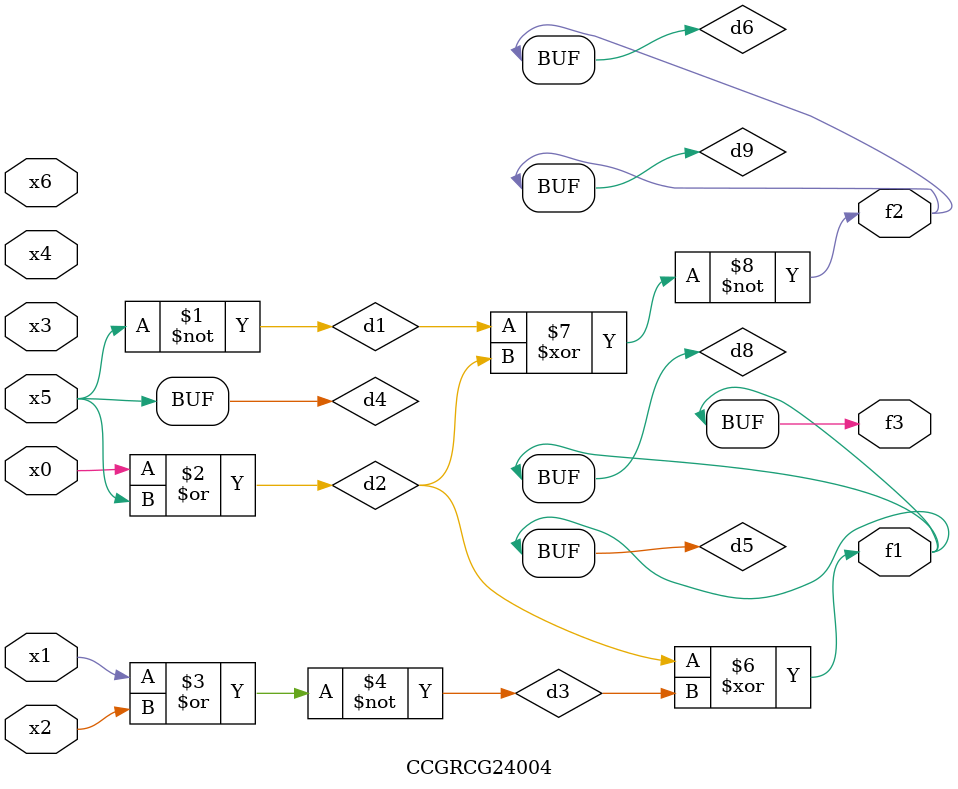
<source format=v>
module CCGRCG24004(
	input x0, x1, x2, x3, x4, x5, x6,
	output f1, f2, f3
);

	wire d1, d2, d3, d4, d5, d6, d7, d8, d9;

	nand (d1, x5);
	or (d2, x0, x5);
	nor (d3, x1, x2);
	xnor (d4, d1);
	xor (d5, d2, d3);
	xnor (d6, d1, d2);
	not (d7, x4);
	buf (d8, d5);
	xor (d9, d6);
	assign f1 = d8;
	assign f2 = d9;
	assign f3 = d8;
endmodule

</source>
